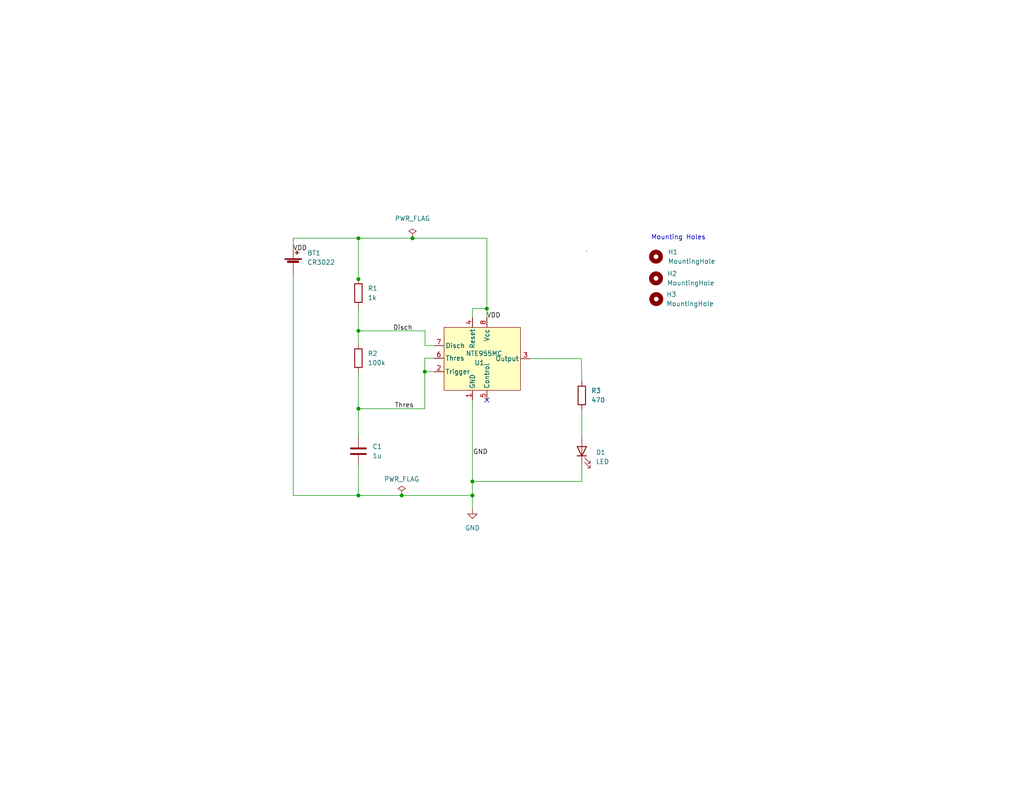
<source format=kicad_sch>
(kicad_sch (version 20211123) (generator eeschema)
  (paper "A")
  (title_block (title "Getting to Blinky 5.0 with THT") (date "2022-06-14") (rev "0"))
  (lib_symbols
    (symbol "Device:Battery_Cell" (pin_numbers hide) (pin_names (offset 0) hide)
      (property "Reference" "BT" (at 2.54 2.54 0))
      (property "Value" "Battery_Cell" (at 2.54 0 0))
      (symbol "Battery_Cell_0_1"
        (rectangle (start -2.286 1.778) (end 2.286 1.524) (fill (type outline)))
        (rectangle (start -1.5748 1.1938) (end 1.4732 0.6858) (fill (type outline)))
        (polyline (pts (xy 0 0.762) (xy 0 0)))
        (polyline (pts (xy 0 1.778) (xy 0 2.54)))
        (polyline (pts (xy 0.508 3.429) (xy 1.524 3.429)) (stroke (width 0.254)))
        (polyline (pts (xy 1.016 3.937) (xy 1.016 2.921)) (stroke (width 0.254)))
      )
      (symbol "Battery_Cell_1_1"
        (pin passive line (at 0 5.08 270) (length 2.54) (name "+") (number "1"))
        (pin passive line (at 0 -2.54 90) (length 2.54) (name "-") (number "2"))
      )
    )
    (symbol "Device:C" (pin_numbers hide) (pin_names (offset 0.254))
      (property "Reference" "C" (at 0.635 2.54 0))
      (property "Value" "C" (at 0.635 -2.54 0))
      (symbol "C_0_1"
        (polyline (pts (xy -2.032 -0.762) (xy 2.032 -0.762)) (stroke (width 0.508)))
        (polyline (pts (xy -2.032 0.762) (xy 2.032 0.762)) (stroke (width 0.508)))
      )
      (symbol "C_1_1"
        (pin passive line (at 0 3.81 270) (length 2.794) (name "~") (number "1"))
        (pin passive line (at 0 -3.81 90) (length 2.794) (name "~") (number "2"))
      )
    )
    (symbol "Device:LED" (pin_numbers hide) (pin_names (offset 1.016) hide)
      (property "Reference" "D" (at 0 2.54 0))
      (property "Value" "LED" (at 0 -2.54 0))
      (symbol "LED_0_1"
        (polyline (pts (xy -1.27 -1.27) (xy -1.27 1.27)) (stroke (width 0.254)))
        (polyline (pts (xy -1.27 0) (xy 1.27 0)))
        (polyline (pts (xy 1.27 -1.27) (xy 1.27 1.27) (xy -1.27 0) (xy 1.27 -1.27)) (stroke (width 0.254)))
        (polyline (pts (xy -3.048 -0.762) (xy -4.572 -2.286) (xy -3.81 -2.286) (xy -4.572 -2.286) (xy -4.572 -1.524)))
        (polyline (pts (xy -1.778 -0.762) (xy -3.302 -2.286) (xy -2.54 -2.286) (xy -3.302 -2.286) (xy -3.302 -1.524)))
      )
      (symbol "LED_1_1"
        (pin passive line (at -3.81 0 0) (length 2.54) (name "K") (number "1"))
        (pin passive line (at 3.81 0 180) (length 2.54) (name "A") (number "2"))
      )
    )
    (symbol "Device:R" (pin_numbers hide) (pin_names (offset 0))
      (property "Reference" "R" (at 2.032 0 90))
      (property "Value" "R" (at 0 0 90))
      (symbol "R_0_1"
        (rectangle (start -1.016 -2.54) (end 1.016 2.54) (stroke (width 0.254)))
      )
      (symbol "R_1_1"
        (pin passive line (at 0 3.81 270) (length 1.27) (name "~") (number "1"))
        (pin passive line (at 0 -3.81 90) (length 1.27) (name "~") (number "2"))
      )
    )
    (symbol "Mechanical:MountingHole" (pin_names (offset 1.016))
      (property "Reference" "H" (at 0 5.08 0))
      (property "Value" "MountingHole" (at 0 3.175 0))
      (symbol "MountingHole_0_1"
        (circle (center 0 0) (radius 1.27) (stroke (width 1.27)))
      )
    )
    (symbol "power:GND" (power) (pin_names (offset 0))
      (property "Value" "GND" (at 0 -3.81 0))
      (symbol "GND_0_1"
        (polyline (pts (xy 0 0) (xy 0 -1.27) (xy 1.27 -1.27) (xy 0 -2.54) (xy -1.27 -1.27) (xy 0 -1.27)))
      )
      (symbol "GND_1_1"
        (pin power_in line (at 0 0 270) (length 0) hide (name "GND") (number "1"))
      )
    )
    (symbol "power:PWR_FLAG" (power) (pin_numbers hide) (pin_names (offset 0) hide)
      (property "Value" "PWR_FLAG" (at 0 3.81 0))
      (symbol "PWR_FLAG_0_0"
        (pin power_out line (at 0 0 90) (length 0) (name "pwr") (number "1"))
      )
      (symbol "PWR_FLAG_0_1"
        (polyline (pts (xy 0 0) (xy 0 1.27) (xy -1.016 1.905) (xy 0 2.54) (xy 1.016 1.905) (xy 0 1.27)))
      )
    )
    (symbol "projSymbolLib:NTE955MC"
      (property "Reference" "U" (at -0.127 -3.048 0))
      (property "Value" "NTE955MC" (at 1.143 1.651 0))
      (symbol "NTE955MC_0_0"
        (pin passive line (at -12.319 3.429 0) (length 2.54) (name "Disch") (number "7"))
        (pin passive line (at 2.032 11.049 270) (length 2.54) (name "Vcc") (number "8"))
      )
      (symbol "NTE955MC_0_1"
        (rectangle (start -9.652 8.4074) (end 11.2014 -8.763) (fill (type background)))
        (rectangle (start 29.21 29.21) (end 29.21 29.21))
        (rectangle (start 29.21 29.21) (end 29.21 29.21))
        (rectangle (start 29.21 29.21) (end 29.21 29.21))
      )
      (symbol "NTE955MC_1_1"
        (pin passive line (at -1.905 -11.43 90) (length 2.54) (name "GND") (number "1"))
        (pin passive line (at -12.319 -3.683 0) (length 2.54) (name "Trigger") (number "2"))
        (pin passive line (at 13.843 -0.127 180) (length 2.54) (name "Output") (number "3"))
        (pin passive line (at -1.905 11.049 270) (length 2.54) (name "Reset") (number "4"))
        (pin passive line (at 2.032 -11.43 90) (length 2.54) (name "Control") (number "5"))
        (pin passive line (at -12.319 0 0) (length 2.54) (name "Thres") (number "6"))
      )
    )
  )
  (junction (at 97.79 65.0494))
  (junction (at 128.905 131.445))
  (junction (at 112.5474 65.0494))
  (junction (at 115.9002 101.473))
  (junction (at 97.79 135.2804))
  (junction (at 132.842 84.2772))
  (junction (at 97.79 90.3224))
  (junction (at 109.601 135.2804))
  (junction (at 128.905 135.2804))
  (junction (at 97.79 76.2))
  (junction (at 97.79 111.5822))
  (no_connect (at 132.842 109.22))
  (wire (pts (xy 158.75 111.76) (xy 158.75 119.38)))
  (wire (pts (xy 80.01 67.31) (xy 80.01 65.0494)))
  (wire (pts (xy 97.79 135.2804) (xy 109.601 135.2804)))
  (wire (pts (xy 115.9002 101.473) (xy 115.9002 111.5822)))
  (wire (pts (xy 97.79 90.3224) (xy 97.79 93.98)))
  (wire (pts (xy 97.79 76.2) (xy 97.79 76.2254)))
  (wire (pts (xy 115.9002 101.473) (xy 118.491 101.473)))
  (wire (pts (xy 132.842 65.0494) (xy 132.842 84.2772)))
  (wire (pts (xy 97.79 65.0494) (xy 97.79 76.2)))
  (wire (pts (xy 80.01 135.2804) (xy 97.79 135.2804)))
  (wire (pts (xy 158.623 97.917) (xy 158.75 104.14)))
  (wire (pts (xy 97.79 83.82) (xy 97.79 90.3224)))
  (wire (pts (xy 132.842 84.2772) (xy 132.842 86.741)))
  (wire (pts (xy 109.601 135.2804) (xy 128.905 135.2804)))
  (wire (pts (xy 115.9002 97.79) (xy 115.9002 101.473)))
  (wire (pts (xy 115.9764 94.361) (xy 115.9764 90.3224)))
  (wire (pts (xy 118.491 97.79) (xy 115.9002 97.79)))
  (wire (pts (xy 128.905 84.2264) (xy 132.842 84.2772)))
  (wire (pts (xy 97.79 65.0494) (xy 112.5474 65.0494)))
  (wire (pts (xy 115.9764 90.3224) (xy 97.79 90.3224)))
  (wire (pts (xy 128.905 109.22) (xy 128.905 131.445)))
  (wire (pts (xy 128.905 86.741) (xy 128.905 84.2264)))
  (wire (pts (xy 112.5474 65.0494) (xy 132.842 65.0494)))
  (wire (pts (xy 97.79 111.5822) (xy 97.79 119.38)))
  (wire (pts (xy 97.79 111.5822) (xy 115.9002 111.5822)))
  (wire (pts (xy 158.75 127) (xy 158.75 131.445)))
  (wire (pts (xy 80.01 65.0494) (xy 97.79 65.0494)))
  (wire (pts (xy 144.653 97.917) (xy 158.623 97.917)))
  (wire (pts (xy 158.75 131.445) (xy 128.905 131.445)))
  (wire (pts (xy 97.79 101.6) (xy 97.79 111.5822)))
  (wire (pts (xy 118.491 94.361) (xy 115.9764 94.361)))
  (wire (pts (xy 97.79 127) (xy 97.79 135.2804)))
  (wire (pts (xy 80.01 74.93) (xy 80.01 135.2804)))
  (wire (pts (xy 128.905 135.2804) (xy 128.905 139.065)))
  (wire (pts (xy 128.905 131.445) (xy 128.905 135.2804)))
  (text "Mounting Holes" (at 177.6222 65.659 0) (effects (font (size 1.27 1.27)) (justify left bottom)))
  (label "VDD" (at 79.9592 68.7324 0))
  (label "GND" (at 129.0574 124.3838 0))
  (label "Disch" (at 107.2388 90.4748 0))
  (label "VDD" (at 132.7912 87.0966 0))
  (label "Thres" (at 107.6706 111.633 0))
  (symbol (lib_id "power:PWR_FLAG") (at 112.5474 65.0494 0) (unit 1)
    (property "Reference" "#FLG0101" (effects hide))
    (property "Value" "PWR_FLAG" (at 112.5474 59.6646 0))
  )
  (symbol (lib_id "Device:LED") (at 158.75 123.19 90) (unit 1)
    (property "Reference" "D1" (at 162.56 123.5074 90) (effects (justify right)))
    (property "Value" "LED" (at 162.56 126.0474 90) (effects (justify right)))
    (property "Footprint" "LED_THT:LED_D4.0mm" (effects hide))
  )
  (symbol (lib_id "Mechanical:MountingHole") (at 179.07 81.661 0) (unit 1)
    (property "Reference" "H3" (at 181.8132 80.3909 0) (effects (justify left)))
    (property "Value" "MountingHole" (at 181.8132 82.9309 0) (effects (justify left)))
    (property "Footprint" "MountingHole:MountingHole_3mm" (effects hide))
  )
  (symbol (lib_id "Device:R") (at 97.79 80.01 0) (unit 1)
    (property "Reference" "R1" (at 100.33 78.7399 0) (effects (justify left)))
    (property "Value" "1k" (at 100.33 81.2799 0) (effects (justify left)))
    (property "Footprint" "Resistor_THT:R_Axial_DIN0207_L6.3mm_D2.5mm_P10.16mm_Horizontal" (effects hide))
  )
  (symbol (lib_id "power:GND") (at 128.905 139.065 0) (unit 1)
    (property "Reference" "#PWR0101" (effects hide))
    (property "Value" "GND" (at 128.905 144.145 0))
  )
  (symbol (lib_id "Device:Battery_Cell") (at 80.01 72.39 0) (unit 1)
    (property "Reference" "BT1" (at 83.82 69.0879 0) (effects (justify left)))
    (property "Value" "CR3022" (at 83.82 71.6279 0) (effects (justify left)))
    (property "Footprint" "projFootprintLib:Coin_Cell_Battery_Holder_3V_PN_107_THT" (effects hide))
  )
  (symbol (lib_id "Device:R") (at 97.79 97.79 0) (unit 1)
    (property "Reference" "R2" (at 100.33 96.5199 0) (effects (justify left)))
    (property "Value" "100k" (at 100.33 99.0599 0) (effects (justify left)))
    (property "Footprint" "Resistor_THT:R_Axial_DIN0207_L6.3mm_D2.5mm_P10.16mm_Horizontal" (effects hide))
  )
  (symbol (lib_id "Mechanical:MountingHole") (at 178.9938 75.9968 0) (unit 1)
    (property "Reference" "H2" (at 181.991 74.7267 0) (effects (justify left)))
    (property "Value" "MountingHole" (at 181.991 77.2667 0) (effects (justify left)))
    (property "Footprint" "MountingHole:MountingHole_3mm" (effects hide))
  )
  (symbol (lib_id "power:PWR_FLAG") (at 109.601 135.2804 0) (unit 1)
    (property "Reference" "#FLG0102" (effects hide))
    (property "Value" "PWR_FLAG" (at 109.601 130.81 0))
  )
  (symbol (lib_id "Device:R") (at 158.75 107.95 0) (unit 1)
    (property "Reference" "R3" (at 161.29 106.6799 0) (effects (justify left)))
    (property "Value" "470" (at 161.29 109.2199 0) (effects (justify left)))
    (property "Footprint" "Resistor_THT:R_Axial_DIN0207_L6.3mm_D2.5mm_P10.16mm_Horizontal" (effects hide))
  )
  (symbol (lib_id "Device:C") (at 97.79 123.19 0) (unit 1)
    (property "Reference" "C1" (at 101.6 121.9199 0) (effects (justify left)))
    (property "Value" "1u" (at 101.6 124.4599 0) (effects (justify left)))
    (property "Footprint" "Capacitor_THT:C_Radial_D5.0mm_H11.0mm_P2.00mm" (effects hide))
  )
  (symbol (lib_id "Mechanical:MountingHole") (at 178.9938 70.0786 0) (unit 1)
    (property "Reference" "H1" (at 182.2196 68.8085 0) (effects (justify left)))
    (property "Value" "MountingHole" (at 182.2196 71.3485 0) (effects (justify left)))
    (property "Footprint" "MountingHole:MountingHole_3mm" (effects hide))
  )
  (symbol (lib_id "projSymbolLib:NTE955MC") (at 130.81 97.79 0) (unit 1)
    (property "Reference" "U1" (at 130.81 99.06 0))
    (property "Value" "NTE955MC" (at 132.08 96.52 0))
    (property "Footprint" "Package_DIP:DIP-8_W7.62mm" (effects hide))
    (property "Datasheet" "https://www.nteinc.com/specs/900to999/pdf/nte955mc.pdf" (effects hide))
  )
)
</source>
